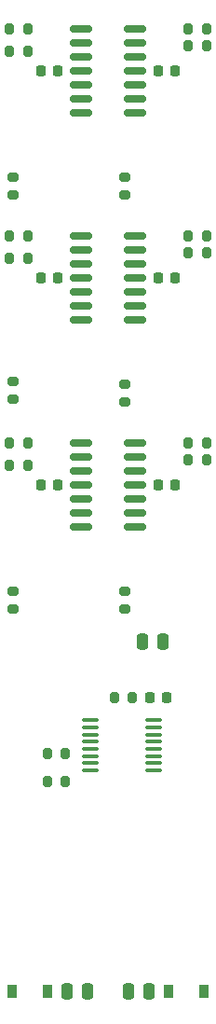
<source format=gtp>
G04 #@! TF.GenerationSoftware,KiCad,Pcbnew,(6.0.0)*
G04 #@! TF.CreationDate,2022-06-27T08:37:13-07:00*
G04 #@! TF.ProjectId,sen,73656e2e-6b69-4636-9164-5f7063625858,rev?*
G04 #@! TF.SameCoordinates,Original*
G04 #@! TF.FileFunction,Paste,Top*
G04 #@! TF.FilePolarity,Positive*
%FSLAX46Y46*%
G04 Gerber Fmt 4.6, Leading zero omitted, Abs format (unit mm)*
G04 Created by KiCad (PCBNEW (6.0.0)) date 2022-06-27 08:37:13*
%MOMM*%
%LPD*%
G01*
G04 APERTURE LIST*
G04 Aperture macros list*
%AMRoundRect*
0 Rectangle with rounded corners*
0 $1 Rounding radius*
0 $2 $3 $4 $5 $6 $7 $8 $9 X,Y pos of 4 corners*
0 Add a 4 corners polygon primitive as box body*
4,1,4,$2,$3,$4,$5,$6,$7,$8,$9,$2,$3,0*
0 Add four circle primitives for the rounded corners*
1,1,$1+$1,$2,$3*
1,1,$1+$1,$4,$5*
1,1,$1+$1,$6,$7*
1,1,$1+$1,$8,$9*
0 Add four rect primitives between the rounded corners*
20,1,$1+$1,$2,$3,$4,$5,0*
20,1,$1+$1,$4,$5,$6,$7,0*
20,1,$1+$1,$6,$7,$8,$9,0*
20,1,$1+$1,$8,$9,$2,$3,0*%
G04 Aperture macros list end*
%ADD10RoundRect,0.250000X-0.250000X-0.475000X0.250000X-0.475000X0.250000X0.475000X-0.250000X0.475000X0*%
%ADD11RoundRect,0.200000X0.275000X-0.200000X0.275000X0.200000X-0.275000X0.200000X-0.275000X-0.200000X0*%
%ADD12RoundRect,0.200000X0.200000X0.275000X-0.200000X0.275000X-0.200000X-0.275000X0.200000X-0.275000X0*%
%ADD13RoundRect,0.200000X-0.200000X-0.275000X0.200000X-0.275000X0.200000X0.275000X-0.200000X0.275000X0*%
%ADD14RoundRect,0.225000X0.225000X0.250000X-0.225000X0.250000X-0.225000X-0.250000X0.225000X-0.250000X0*%
%ADD15RoundRect,0.100000X0.637500X0.100000X-0.637500X0.100000X-0.637500X-0.100000X0.637500X-0.100000X0*%
%ADD16RoundRect,0.150000X0.825000X0.150000X-0.825000X0.150000X-0.825000X-0.150000X0.825000X-0.150000X0*%
%ADD17RoundRect,0.250000X0.250000X0.475000X-0.250000X0.475000X-0.250000X-0.475000X0.250000X-0.475000X0*%
%ADD18RoundRect,0.225000X-0.225000X-0.250000X0.225000X-0.250000X0.225000X0.250000X-0.225000X0.250000X0*%
%ADD19R,0.900000X1.200000*%
G04 APERTURE END LIST*
D10*
X155358048Y-128270000D03*
X157258048Y-128270000D03*
D11*
X144878048Y-55943000D03*
X144878048Y-54293000D03*
D12*
X162467048Y-40894000D03*
X160817048Y-40894000D03*
D13*
X147990048Y-109200000D03*
X149640048Y-109200000D03*
D14*
X159623048Y-44704000D03*
X158073048Y-44704000D03*
D13*
X144561048Y-40894000D03*
X146211048Y-40894000D03*
D15*
X157646548Y-108193000D03*
X157646548Y-107543000D03*
X157646548Y-106893000D03*
X157646548Y-106243000D03*
X157646548Y-105593000D03*
X157646548Y-104943000D03*
X157646548Y-104293000D03*
X157646548Y-103643000D03*
X151921548Y-103643000D03*
X151921548Y-104293000D03*
X151921548Y-104943000D03*
X151921548Y-105593000D03*
X151921548Y-106243000D03*
X151921548Y-106893000D03*
X151921548Y-107543000D03*
X151921548Y-108193000D03*
D11*
X155038048Y-93535000D03*
X155038048Y-91885000D03*
D14*
X159623048Y-82296000D03*
X158073048Y-82296000D03*
D11*
X144878048Y-74485000D03*
X144878048Y-72835000D03*
D13*
X144561048Y-80518000D03*
X146211048Y-80518000D03*
D11*
X144878048Y-93535000D03*
X144878048Y-91885000D03*
D12*
X162467048Y-59690000D03*
X160817048Y-59690000D03*
D14*
X148955048Y-44704000D03*
X147405048Y-44704000D03*
D13*
X144561048Y-42926000D03*
X146211048Y-42926000D03*
D16*
X155989048Y-67310000D03*
X155989048Y-66040000D03*
X155989048Y-64770000D03*
X155989048Y-63500000D03*
X155989048Y-62230000D03*
X155989048Y-60960000D03*
X155989048Y-59690000D03*
X151039048Y-59690000D03*
X151039048Y-60960000D03*
X151039048Y-62230000D03*
X151039048Y-63500000D03*
X151039048Y-64770000D03*
X151039048Y-66040000D03*
X151039048Y-67310000D03*
X155989048Y-86106000D03*
X155989048Y-84836000D03*
X155989048Y-83566000D03*
X155989048Y-82296000D03*
X155989048Y-81026000D03*
X155989048Y-79756000D03*
X155989048Y-78486000D03*
X151039048Y-78486000D03*
X151039048Y-79756000D03*
X151039048Y-81026000D03*
X151039048Y-82296000D03*
X151039048Y-83566000D03*
X151039048Y-84836000D03*
X151039048Y-86106000D03*
D11*
X155038048Y-74739000D03*
X155038048Y-73089000D03*
D10*
X149770048Y-128270000D03*
X151670048Y-128270000D03*
D13*
X147990048Y-106660000D03*
X149640048Y-106660000D03*
D12*
X162467048Y-78486000D03*
X160817048Y-78486000D03*
X162467048Y-42418000D03*
X160817048Y-42418000D03*
X162467048Y-80010000D03*
X160817048Y-80010000D03*
D17*
X158528048Y-96520000D03*
X156628048Y-96520000D03*
D18*
X157311048Y-101600000D03*
X158861048Y-101600000D03*
D11*
X155038048Y-55943000D03*
X155038048Y-54293000D03*
D19*
X144752048Y-128270000D03*
X148052048Y-128270000D03*
X158976048Y-128270000D03*
X162276048Y-128270000D03*
D12*
X155736048Y-101600000D03*
X154086048Y-101600000D03*
D14*
X148955048Y-63500000D03*
X147405048Y-63500000D03*
D16*
X155989048Y-48514000D03*
X155989048Y-47244000D03*
X155989048Y-45974000D03*
X155989048Y-44704000D03*
X155989048Y-43434000D03*
X155989048Y-42164000D03*
X155989048Y-40894000D03*
X151039048Y-40894000D03*
X151039048Y-42164000D03*
X151039048Y-43434000D03*
X151039048Y-44704000D03*
X151039048Y-45974000D03*
X151039048Y-47244000D03*
X151039048Y-48514000D03*
D13*
X144561048Y-61722000D03*
X146211048Y-61722000D03*
D14*
X148955048Y-82296000D03*
X147405048Y-82296000D03*
D13*
X144561048Y-59690000D03*
X146211048Y-59690000D03*
D14*
X159623048Y-63500000D03*
X158073048Y-63500000D03*
D13*
X144561048Y-78486000D03*
X146211048Y-78486000D03*
D12*
X162467048Y-61214000D03*
X160817048Y-61214000D03*
M02*

</source>
